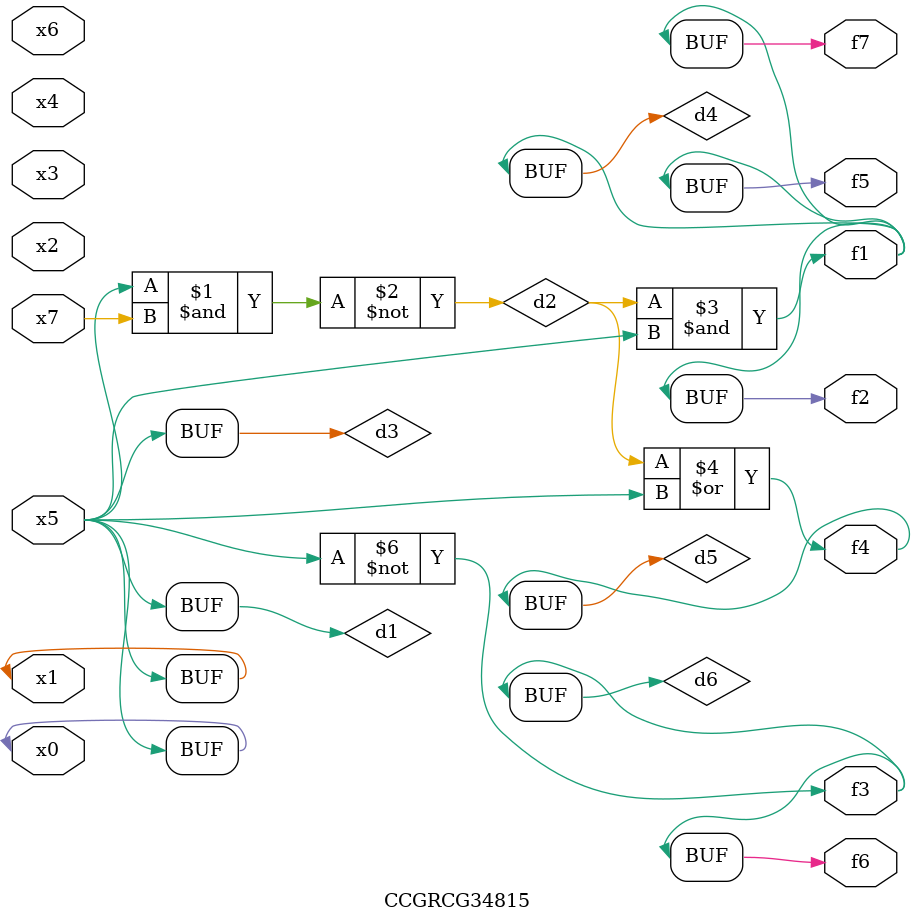
<source format=v>
module CCGRCG34815(
	input x0, x1, x2, x3, x4, x5, x6, x7,
	output f1, f2, f3, f4, f5, f6, f7
);

	wire d1, d2, d3, d4, d5, d6;

	buf (d1, x0, x5);
	nand (d2, x5, x7);
	buf (d3, x0, x1);
	and (d4, d2, d3);
	or (d5, d2, d3);
	nor (d6, d1, d3);
	assign f1 = d4;
	assign f2 = d4;
	assign f3 = d6;
	assign f4 = d5;
	assign f5 = d4;
	assign f6 = d6;
	assign f7 = d4;
endmodule

</source>
